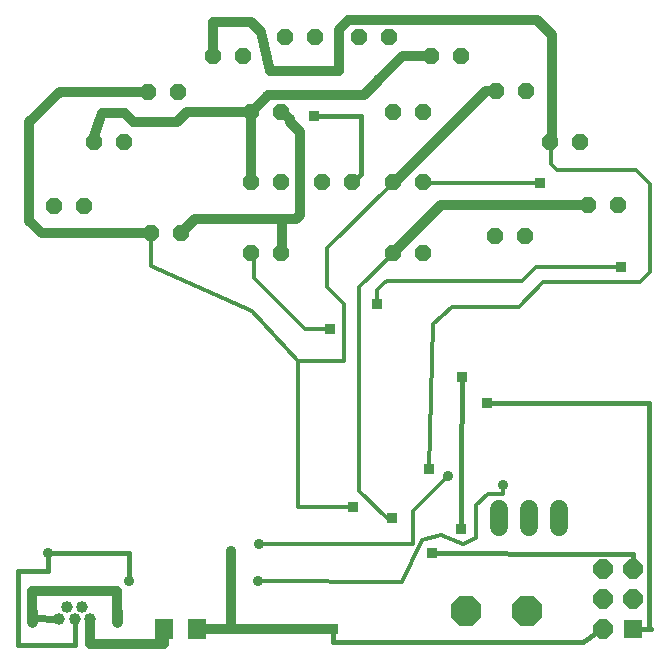
<source format=gtl>
G75*
%MOIN*%
%OFA0B0*%
%FSLAX25Y25*%
%IPPOS*%
%LPD*%
%AMOC8*
5,1,8,0,0,1.08239X$1,22.5*
%
%ADD10OC8,0.05600*%
%ADD11R,0.06400X0.06400*%
%ADD12OC8,0.06400*%
%ADD13OC8,0.10000*%
%ADD14C,0.06000*%
%ADD15C,0.03975*%
%ADD16C,0.03819*%
%ADD17R,0.06299X0.07098*%
%ADD18C,0.02400*%
%ADD19C,0.03200*%
%ADD20C,0.01600*%
%ADD21R,0.03562X0.03562*%
%ADD22C,0.03562*%
%ADD23C,0.01200*%
D10*
X0080876Y0138108D03*
X0090876Y0138108D03*
X0090876Y0161730D03*
X0080876Y0161730D03*
X0104498Y0161730D03*
X0114498Y0161730D03*
X0128120Y0161730D03*
X0138120Y0161730D03*
X0138120Y0138108D03*
X0128120Y0138108D03*
X0162230Y0144000D03*
X0172230Y0144000D03*
X0193120Y0154093D03*
X0203120Y0154093D03*
X0190482Y0175037D03*
X0180482Y0175037D03*
X0172490Y0192045D03*
X0162490Y0192045D03*
X0150837Y0203974D03*
X0140837Y0203974D03*
X0126900Y0210156D03*
X0116900Y0210156D03*
X0102096Y0210156D03*
X0092096Y0210156D03*
X0078159Y0203974D03*
X0068159Y0203974D03*
X0056467Y0192006D03*
X0046467Y0192006D03*
X0038474Y0175037D03*
X0028474Y0175037D03*
X0025285Y0153856D03*
X0015285Y0153856D03*
X0047526Y0144730D03*
X0057526Y0144730D03*
X0080876Y0185352D03*
X0090876Y0185352D03*
X0128120Y0185352D03*
X0138120Y0185352D03*
D11*
X0208230Y0012750D03*
D12*
X0198230Y0012750D03*
X0198230Y0022750D03*
X0198230Y0032750D03*
X0208230Y0032750D03*
X0208230Y0022750D03*
D13*
X0172730Y0018750D03*
X0152480Y0018750D03*
D14*
X0163480Y0046750D02*
X0163480Y0052750D01*
X0173480Y0052750D02*
X0173480Y0046750D01*
X0183480Y0046750D02*
X0183480Y0052750D01*
D15*
X0027098Y0016134D03*
X0024539Y0020071D03*
X0021980Y0016134D03*
X0019421Y0020071D03*
X0016862Y0016134D03*
D16*
X0007906Y0015091D02*
X0007906Y0018909D01*
X0036055Y0018909D02*
X0036055Y0015091D01*
D17*
X0051632Y0013000D03*
X0062829Y0013000D03*
D18*
X0036055Y0017000D02*
X0035980Y0017250D01*
X0016862Y0016134D02*
X0007906Y0016384D01*
X0007906Y0017000D01*
D19*
X0007730Y0025500D01*
X0035980Y0025500D01*
X0035980Y0017250D01*
X0027230Y0016134D02*
X0027230Y0007750D01*
X0051632Y0007750D01*
X0051632Y0013000D01*
X0062829Y0013000D02*
X0073992Y0013000D01*
X0073992Y0012995D01*
X0073744Y0012989D01*
X0107980Y0013000D01*
X0073980Y0014000D02*
X0073744Y0012989D01*
X0073980Y0014000D02*
X0073980Y0038750D01*
X0027230Y0016134D02*
X0027098Y0016134D01*
X0090480Y0138000D02*
X0090589Y0138108D01*
X0090980Y0138500D01*
X0090980Y0148750D01*
X0090230Y0149500D01*
X0089980Y0149500D01*
X0095730Y0149500D01*
X0096980Y0150750D01*
X0096980Y0178500D01*
X0093730Y0181750D01*
X0093730Y0182750D01*
X0091128Y0185352D01*
X0090876Y0185352D01*
X0086480Y0190750D02*
X0118480Y0190750D01*
X0123230Y0195500D01*
X0123230Y0195750D01*
X0131480Y0204000D01*
X0140980Y0204000D01*
X0141006Y0203974D01*
X0140837Y0203974D01*
X0141006Y0203974D02*
X0141230Y0203750D01*
X0159026Y0192045D02*
X0128230Y0161250D01*
X0128120Y0161360D01*
X0128120Y0161730D01*
X0144073Y0154093D02*
X0128089Y0138108D01*
X0128120Y0138108D01*
X0128089Y0138108D02*
X0127980Y0138000D01*
X0144073Y0154093D02*
X0193120Y0154093D01*
X0180480Y0174750D02*
X0180482Y0174752D01*
X0181230Y0175500D01*
X0181230Y0210750D01*
X0176230Y0215750D01*
X0113230Y0215750D01*
X0109980Y0212500D01*
X0109980Y0198750D01*
X0087230Y0198750D01*
X0084230Y0211750D01*
X0080730Y0215250D01*
X0068230Y0215250D01*
X0068159Y0215179D01*
X0068159Y0203974D01*
X0086480Y0190750D02*
X0081083Y0185352D01*
X0080876Y0185352D01*
X0080876Y0161854D01*
X0080980Y0161750D01*
X0080961Y0161730D01*
X0080876Y0161730D01*
X0089980Y0149500D02*
X0062230Y0149500D01*
X0057480Y0144750D01*
X0057500Y0144730D01*
X0057526Y0144730D01*
X0047526Y0144730D02*
X0011000Y0144730D01*
X0006730Y0149000D01*
X0006730Y0181750D01*
X0016980Y0192000D01*
X0046230Y0192000D01*
X0046467Y0191764D01*
X0046467Y0192006D01*
X0046467Y0191764D02*
X0046480Y0191750D01*
X0038730Y0184750D02*
X0031230Y0184750D01*
X0027768Y0175037D01*
X0028474Y0175037D01*
X0027768Y0175037D02*
X0027480Y0174750D01*
X0038730Y0184750D02*
X0041480Y0182000D01*
X0056230Y0182000D01*
X0059333Y0185352D01*
X0080876Y0185352D01*
X0090589Y0138108D02*
X0090876Y0138108D01*
X0159026Y0192045D02*
X0162490Y0192045D01*
X0180482Y0175037D02*
X0180482Y0174752D01*
D20*
X0021980Y0007500D02*
X0003230Y0007500D01*
X0003230Y0032250D01*
X0013230Y0032250D01*
X0013230Y0038250D01*
X0040230Y0038250D01*
X0040230Y0029000D01*
X0021980Y0016134D02*
X0021980Y0007500D01*
X0107980Y0008500D02*
X0107980Y0013000D01*
X0107980Y0008500D02*
X0191480Y0008500D01*
X0197480Y0012750D01*
X0198230Y0012750D01*
X0208230Y0012750D02*
X0213980Y0012750D01*
X0213480Y0013000D01*
X0213480Y0088250D01*
X0159480Y0088250D01*
X0150980Y0097000D02*
X0150730Y0065750D01*
X0150730Y0046250D01*
X0140980Y0038250D02*
X0192230Y0038000D01*
X0208230Y0038000D01*
X0208230Y0032750D01*
X0114480Y0161500D02*
X0114498Y0161518D01*
X0117480Y0164500D01*
X0117480Y0184000D01*
X0117230Y0183750D01*
X0101730Y0183750D01*
X0114498Y0161730D02*
X0114498Y0161518D01*
D21*
X0101730Y0183750D03*
X0122730Y0121250D03*
X0107230Y0112750D03*
X0150980Y0097000D03*
X0159480Y0088250D03*
X0140230Y0066250D03*
X0127730Y0049750D03*
X0114730Y0053500D03*
X0140980Y0038250D03*
X0150730Y0046250D03*
X0107980Y0013000D03*
X0204230Y0133500D03*
X0177230Y0161500D03*
D22*
X0146480Y0064000D03*
X0164730Y0061000D03*
X0083480Y0041250D03*
X0073980Y0038750D03*
X0082980Y0028750D03*
X0040230Y0029000D03*
X0013230Y0038250D03*
D23*
X0083480Y0041250D02*
X0134730Y0041250D01*
X0134730Y0052250D01*
X0146480Y0064000D01*
X0140230Y0066250D02*
X0141480Y0114500D01*
X0147730Y0120250D01*
X0169980Y0120250D01*
X0178230Y0128500D01*
X0210480Y0128500D01*
X0213730Y0131750D01*
X0213730Y0161250D01*
X0208980Y0166000D01*
X0182730Y0166000D01*
X0180730Y0168000D01*
X0180730Y0175000D01*
X0180482Y0175248D01*
X0180482Y0175037D01*
X0180482Y0175248D02*
X0180480Y0175250D01*
X0177230Y0161500D02*
X0137980Y0161500D01*
X0138120Y0161640D01*
X0138120Y0161730D01*
X0128230Y0161250D02*
X0127730Y0161250D01*
X0106230Y0139750D01*
X0106230Y0126750D01*
X0111730Y0121250D01*
X0111730Y0102250D01*
X0096480Y0102250D01*
X0096480Y0053500D01*
X0114730Y0053500D01*
X0116730Y0059000D02*
X0116730Y0126750D01*
X0127980Y0138000D01*
X0126230Y0129000D02*
X0125730Y0128500D01*
X0125480Y0128500D01*
X0122730Y0125750D01*
X0122730Y0121250D01*
X0126230Y0129000D02*
X0171230Y0129000D01*
X0175730Y0133500D01*
X0204230Y0133500D01*
X0164730Y0061000D02*
X0164730Y0057750D01*
X0159730Y0058000D01*
X0155730Y0054250D01*
X0155730Y0043250D01*
X0151480Y0041250D01*
X0144230Y0044250D01*
X0137730Y0042500D01*
X0130980Y0028500D01*
X0082980Y0028750D01*
X0116730Y0059000D02*
X0125980Y0049750D01*
X0127730Y0049750D01*
X0096480Y0102250D02*
X0081230Y0119000D01*
X0047526Y0133705D01*
X0047526Y0144730D01*
X0080876Y0138396D02*
X0080876Y0138108D01*
X0080876Y0138396D02*
X0080980Y0138500D01*
X0081730Y0137750D01*
X0081730Y0129750D01*
X0098730Y0112750D01*
X0107230Y0112750D01*
M02*

</source>
